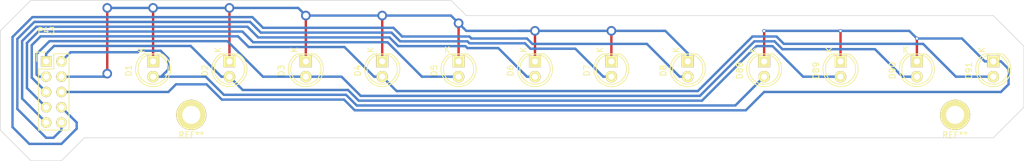
<source format=kicad_pcb>
(kicad_pcb (version 4) (host pcbnew 4.0.2-stable)

  (general
    (links 24)
    (no_connects 0)
    (area 38.049999 65.309999 208.330001 92.760001)
    (thickness 1.6)
    (drawings 14)
    (tracks 182)
    (zones 0)
    (modules 15)
    (nets 11)
  )

  (page A4)
  (layers
    (0 F.Cu signal)
    (31 B.Cu signal)
    (32 B.Adhes user)
    (33 F.Adhes user)
    (34 B.Paste user)
    (35 F.Paste user)
    (36 B.SilkS user)
    (37 F.SilkS user)
    (38 B.Mask user)
    (39 F.Mask user)
    (40 Dwgs.User user)
    (41 Cmts.User user)
    (42 Eco1.User user)
    (43 Eco2.User user)
    (44 Edge.Cuts user)
    (45 Margin user)
    (46 B.CrtYd user)
    (47 F.CrtYd user)
    (48 B.Fab user)
    (49 F.Fab user)
  )

  (setup
    (last_trace_width 0.4)
    (trace_clearance 0.4)
    (zone_clearance 0.508)
    (zone_45_only no)
    (trace_min 0.2)
    (segment_width 0.2)
    (edge_width 0.1)
    (via_size 1.6)
    (via_drill 1)
    (via_min_size 0.4)
    (via_min_drill 0.3)
    (uvia_size 0.3)
    (uvia_drill 0.1)
    (uvias_allowed no)
    (uvia_min_size 0.2)
    (uvia_min_drill 0.1)
    (pcb_text_width 0.3)
    (pcb_text_size 1.5 1.5)
    (mod_edge_width 0.15)
    (mod_text_size 1 1)
    (mod_text_width 0.15)
    (pad_size 1.5 1.5)
    (pad_drill 0.6)
    (pad_to_mask_clearance 0)
    (aux_axis_origin 0 0)
    (visible_elements FFFFFF7F)
    (pcbplotparams
      (layerselection 0x01000_80000001)
      (usegerberextensions false)
      (excludeedgelayer true)
      (linewidth 0.100000)
      (plotframeref false)
      (viasonmask false)
      (mode 1)
      (useauxorigin false)
      (hpglpennumber 1)
      (hpglpenspeed 20)
      (hpglpendiameter 15)
      (hpglpenoverlay 2)
      (psnegative false)
      (psa4output false)
      (plotreference true)
      (plotvalue true)
      (plotinvisibletext false)
      (padsonsilk false)
      (subtractmaskfromsilk false)
      (outputformat 1)
      (mirror false)
      (drillshape 0)
      (scaleselection 1)
      (outputdirectory ../plans/v1_board_assembly/))
  )

  (net 0 "")
  (net 1 /DIGITA)
  (net 2 /SEG0)
  (net 3 /SEG1)
  (net 4 /SEG2)
  (net 5 /SEG3)
  (net 6 /SEG4)
  (net 7 /SEG5)
  (net 8 /SEG6)
  (net 9 /SEG7)
  (net 10 /DIGITB)

  (net_class Default "This is the default net class."
    (clearance 0.4)
    (trace_width 0.4)
    (via_dia 1.6)
    (via_drill 1)
    (uvia_dia 0.3)
    (uvia_drill 0.1)
    (add_net /DIGITA)
    (add_net /DIGITB)
    (add_net /SEG0)
    (add_net /SEG1)
    (add_net /SEG2)
    (add_net /SEG3)
    (add_net /SEG4)
    (add_net /SEG5)
    (add_net /SEG6)
    (add_net /SEG7)
  )

  (module myparts:LED-5MM-custom (layer F.Cu) (tedit 57A70E27) (tstamp 57AC4F1A)
    (at 63.5 76.2 270)
    (descr "LED 5mm round vertical")
    (tags "LED 5mm round vertical")
    (path /57AC8CAC/57A35D23)
    (fp_text reference D1 (at 1.524 4.064 270) (layer F.SilkS)
      (effects (font (size 1 1) (thickness 0.15)))
    )
    (fp_text value LED (at 1.524 -3.937 270) (layer F.Fab)
      (effects (font (size 1 1) (thickness 0.15)))
    )
    (fp_circle (center 1.27 0) (end 3.77 0) (layer B.Fab) (width 0.15))
    (fp_line (start -1.5 -1.55) (end -1.5 1.55) (layer F.CrtYd) (width 0.05))
    (fp_arc (start 1.3 0) (end -1.5 1.55) (angle -302) (layer F.CrtYd) (width 0.05))
    (fp_arc (start 1.27 0) (end -1.23 -1.5) (angle 297.5) (layer F.SilkS) (width 0.15))
    (fp_line (start -1.23 1.5) (end -1.23 -1.5) (layer F.SilkS) (width 0.15))
    (fp_circle (center 1.27 0) (end 0.97 -2.5) (layer F.SilkS) (width 0.15))
    (fp_text user K (at -1.905 1.905 270) (layer F.SilkS)
      (effects (font (size 1 1) (thickness 0.15)))
    )
    (pad 1 thru_hole rect (at 0 0) (size 2 1.9) (drill 1.00076) (layers *.Cu *.Mask F.SilkS)
      (net 1 /DIGITA))
    (pad 2 thru_hole circle (at 2.54 0 270) (size 1.9 1.9) (drill 1.00076) (layers *.Cu *.Mask F.SilkS)
      (net 2 /SEG0))
    (model LEDs.3dshapes/LED-5MM.wrl
      (at (xyz 0.05 0 0))
      (scale (xyz 1 1 1))
      (rotate (xyz 0 0 90))
    )
  )

  (module myparts:LED-5MM-custom (layer F.Cu) (tedit 57A70E27) (tstamp 57AC4F27)
    (at 76.2 76.2 270)
    (descr "LED 5mm round vertical")
    (tags "LED 5mm round vertical")
    (path /57AC8CAC/57A35D1D)
    (fp_text reference D2 (at 1.524 4.064 270) (layer F.SilkS)
      (effects (font (size 1 1) (thickness 0.15)))
    )
    (fp_text value LED (at 1.524 -3.937 270) (layer F.Fab)
      (effects (font (size 1 1) (thickness 0.15)))
    )
    (fp_circle (center 1.27 0) (end 3.77 0) (layer B.Fab) (width 0.15))
    (fp_line (start -1.5 -1.55) (end -1.5 1.55) (layer F.CrtYd) (width 0.05))
    (fp_arc (start 1.3 0) (end -1.5 1.55) (angle -302) (layer F.CrtYd) (width 0.05))
    (fp_arc (start 1.27 0) (end -1.23 -1.5) (angle 297.5) (layer F.SilkS) (width 0.15))
    (fp_line (start -1.23 1.5) (end -1.23 -1.5) (layer F.SilkS) (width 0.15))
    (fp_circle (center 1.27 0) (end 0.97 -2.5) (layer F.SilkS) (width 0.15))
    (fp_text user K (at -1.905 1.905 270) (layer F.SilkS)
      (effects (font (size 1 1) (thickness 0.15)))
    )
    (pad 1 thru_hole rect (at 0 0) (size 2 1.9) (drill 1.00076) (layers *.Cu *.Mask F.SilkS)
      (net 1 /DIGITA))
    (pad 2 thru_hole circle (at 2.54 0 270) (size 1.9 1.9) (drill 1.00076) (layers *.Cu *.Mask F.SilkS)
      (net 3 /SEG1))
    (model LEDs.3dshapes/LED-5MM.wrl
      (at (xyz 0.05 0 0))
      (scale (xyz 1 1 1))
      (rotate (xyz 0 0 90))
    )
  )

  (module myparts:LED-5MM-custom (layer F.Cu) (tedit 57A70E27) (tstamp 57AC4F34)
    (at 88.9 76.2 270)
    (descr "LED 5mm round vertical")
    (tags "LED 5mm round vertical")
    (path /57AC8CAC/57A35D17)
    (fp_text reference D3 (at 1.524 4.064 270) (layer F.SilkS)
      (effects (font (size 1 1) (thickness 0.15)))
    )
    (fp_text value LED (at 1.524 -3.937 270) (layer F.Fab)
      (effects (font (size 1 1) (thickness 0.15)))
    )
    (fp_circle (center 1.27 0) (end 3.77 0) (layer B.Fab) (width 0.15))
    (fp_line (start -1.5 -1.55) (end -1.5 1.55) (layer F.CrtYd) (width 0.05))
    (fp_arc (start 1.3 0) (end -1.5 1.55) (angle -302) (layer F.CrtYd) (width 0.05))
    (fp_arc (start 1.27 0) (end -1.23 -1.5) (angle 297.5) (layer F.SilkS) (width 0.15))
    (fp_line (start -1.23 1.5) (end -1.23 -1.5) (layer F.SilkS) (width 0.15))
    (fp_circle (center 1.27 0) (end 0.97 -2.5) (layer F.SilkS) (width 0.15))
    (fp_text user K (at -1.905 1.905 270) (layer F.SilkS)
      (effects (font (size 1 1) (thickness 0.15)))
    )
    (pad 1 thru_hole rect (at 0 0) (size 2 1.9) (drill 1.00076) (layers *.Cu *.Mask F.SilkS)
      (net 1 /DIGITA))
    (pad 2 thru_hole circle (at 2.54 0 270) (size 1.9 1.9) (drill 1.00076) (layers *.Cu *.Mask F.SilkS)
      (net 4 /SEG2))
    (model LEDs.3dshapes/LED-5MM.wrl
      (at (xyz 0.05 0 0))
      (scale (xyz 1 1 1))
      (rotate (xyz 0 0 90))
    )
  )

  (module myparts:LED-5MM-custom (layer F.Cu) (tedit 57A70E27) (tstamp 57AC4F41)
    (at 101.6 76.2 270)
    (descr "LED 5mm round vertical")
    (tags "LED 5mm round vertical")
    (path /57AC8CAC/57A35D11)
    (fp_text reference D4 (at 1.524 4.064 270) (layer F.SilkS)
      (effects (font (size 1 1) (thickness 0.15)))
    )
    (fp_text value LED (at 1.524 -3.937 270) (layer F.Fab)
      (effects (font (size 1 1) (thickness 0.15)))
    )
    (fp_circle (center 1.27 0) (end 3.77 0) (layer B.Fab) (width 0.15))
    (fp_line (start -1.5 -1.55) (end -1.5 1.55) (layer F.CrtYd) (width 0.05))
    (fp_arc (start 1.3 0) (end -1.5 1.55) (angle -302) (layer F.CrtYd) (width 0.05))
    (fp_arc (start 1.27 0) (end -1.23 -1.5) (angle 297.5) (layer F.SilkS) (width 0.15))
    (fp_line (start -1.23 1.5) (end -1.23 -1.5) (layer F.SilkS) (width 0.15))
    (fp_circle (center 1.27 0) (end 0.97 -2.5) (layer F.SilkS) (width 0.15))
    (fp_text user K (at -1.905 1.905 270) (layer F.SilkS)
      (effects (font (size 1 1) (thickness 0.15)))
    )
    (pad 1 thru_hole rect (at 0 0) (size 2 1.9) (drill 1.00076) (layers *.Cu *.Mask F.SilkS)
      (net 1 /DIGITA))
    (pad 2 thru_hole circle (at 2.54 0 270) (size 1.9 1.9) (drill 1.00076) (layers *.Cu *.Mask F.SilkS)
      (net 5 /SEG3))
    (model LEDs.3dshapes/LED-5MM.wrl
      (at (xyz 0.05 0 0))
      (scale (xyz 1 1 1))
      (rotate (xyz 0 0 90))
    )
  )

  (module myparts:LED-5MM-custom (layer F.Cu) (tedit 57A70E27) (tstamp 57AC4F4E)
    (at 114.3 76.2 270)
    (descr "LED 5mm round vertical")
    (tags "LED 5mm round vertical")
    (path /57AC8CAC/57A35BD9)
    (fp_text reference D5 (at 1.524 4.064 270) (layer F.SilkS)
      (effects (font (size 1 1) (thickness 0.15)))
    )
    (fp_text value LED (at 1.524 -3.937 270) (layer F.Fab)
      (effects (font (size 1 1) (thickness 0.15)))
    )
    (fp_circle (center 1.27 0) (end 3.77 0) (layer B.Fab) (width 0.15))
    (fp_line (start -1.5 -1.55) (end -1.5 1.55) (layer F.CrtYd) (width 0.05))
    (fp_arc (start 1.3 0) (end -1.5 1.55) (angle -302) (layer F.CrtYd) (width 0.05))
    (fp_arc (start 1.27 0) (end -1.23 -1.5) (angle 297.5) (layer F.SilkS) (width 0.15))
    (fp_line (start -1.23 1.5) (end -1.23 -1.5) (layer F.SilkS) (width 0.15))
    (fp_circle (center 1.27 0) (end 0.97 -2.5) (layer F.SilkS) (width 0.15))
    (fp_text user K (at -1.905 1.905 360) (layer F.SilkS)
      (effects (font (size 1 1) (thickness 0.15)))
    )
    (pad 1 thru_hole rect (at 0 0) (size 2 1.9) (drill 1.00076) (layers *.Cu *.Mask F.SilkS)
      (net 1 /DIGITA))
    (pad 2 thru_hole circle (at 2.54 0 270) (size 1.9 1.9) (drill 1.00076) (layers *.Cu *.Mask F.SilkS)
      (net 6 /SEG4))
    (model LEDs.3dshapes/LED-5MM.wrl
      (at (xyz 0.05 0 0))
      (scale (xyz 1 1 1))
      (rotate (xyz 0 0 90))
    )
  )

  (module myparts:LED-5MM-custom (layer F.Cu) (tedit 57A70E27) (tstamp 57AC4F5B)
    (at 127 76.2 270)
    (descr "LED 5mm round vertical")
    (tags "LED 5mm round vertical")
    (path /57AC8CAC/57A35BB5)
    (fp_text reference D6 (at 1.524 4.064 270) (layer F.SilkS)
      (effects (font (size 1 1) (thickness 0.15)))
    )
    (fp_text value LED (at 1.524 -3.937 270) (layer F.Fab)
      (effects (font (size 1 1) (thickness 0.15)))
    )
    (fp_circle (center 1.27 0) (end 3.77 0) (layer B.Fab) (width 0.15))
    (fp_line (start -1.5 -1.55) (end -1.5 1.55) (layer F.CrtYd) (width 0.05))
    (fp_arc (start 1.3 0) (end -1.5 1.55) (angle -302) (layer F.CrtYd) (width 0.05))
    (fp_arc (start 1.27 0) (end -1.23 -1.5) (angle 297.5) (layer F.SilkS) (width 0.15))
    (fp_line (start -1.23 1.5) (end -1.23 -1.5) (layer F.SilkS) (width 0.15))
    (fp_circle (center 1.27 0) (end 0.97 -2.5) (layer F.SilkS) (width 0.15))
    (fp_text user K (at -1.905 1.905 270) (layer F.SilkS)
      (effects (font (size 1 1) (thickness 0.15)))
    )
    (pad 1 thru_hole rect (at 0 0) (size 2 1.9) (drill 1.00076) (layers *.Cu *.Mask F.SilkS)
      (net 1 /DIGITA))
    (pad 2 thru_hole circle (at 2.54 0 270) (size 1.9 1.9) (drill 1.00076) (layers *.Cu *.Mask F.SilkS)
      (net 7 /SEG5))
    (model LEDs.3dshapes/LED-5MM.wrl
      (at (xyz 0.05 0 0))
      (scale (xyz 1 1 1))
      (rotate (xyz 0 0 90))
    )
  )

  (module myparts:LED-5MM-custom (layer F.Cu) (tedit 57A70E27) (tstamp 57AC4F68)
    (at 139.7 76.2 270)
    (descr "LED 5mm round vertical")
    (tags "LED 5mm round vertical")
    (path /57AC8CAC/57A35B88)
    (fp_text reference D7 (at 1.524 4.064 270) (layer F.SilkS)
      (effects (font (size 1 1) (thickness 0.15)))
    )
    (fp_text value LED (at 1.524 -3.937 270) (layer F.Fab)
      (effects (font (size 1 1) (thickness 0.15)))
    )
    (fp_circle (center 1.27 0) (end 3.77 0) (layer B.Fab) (width 0.15))
    (fp_line (start -1.5 -1.55) (end -1.5 1.55) (layer F.CrtYd) (width 0.05))
    (fp_arc (start 1.3 0) (end -1.5 1.55) (angle -302) (layer F.CrtYd) (width 0.05))
    (fp_arc (start 1.27 0) (end -1.23 -1.5) (angle 297.5) (layer F.SilkS) (width 0.15))
    (fp_line (start -1.23 1.5) (end -1.23 -1.5) (layer F.SilkS) (width 0.15))
    (fp_circle (center 1.27 0) (end 0.97 -2.5) (layer F.SilkS) (width 0.15))
    (fp_text user K (at -1.905 1.905 270) (layer F.SilkS)
      (effects (font (size 1 1) (thickness 0.15)))
    )
    (pad 1 thru_hole rect (at 0 0) (size 2 1.9) (drill 1.00076) (layers *.Cu *.Mask F.SilkS)
      (net 1 /DIGITA))
    (pad 2 thru_hole circle (at 2.54 0 270) (size 1.9 1.9) (drill 1.00076) (layers *.Cu *.Mask F.SilkS)
      (net 8 /SEG6))
    (model LEDs.3dshapes/LED-5MM.wrl
      (at (xyz 0.05 0 0))
      (scale (xyz 1 1 1))
      (rotate (xyz 0 0 90))
    )
  )

  (module myparts:LED-5MM-custom (layer F.Cu) (tedit 57A70E27) (tstamp 57AC4F75)
    (at 152.4 76.2 270)
    (descr "LED 5mm round vertical")
    (tags "LED 5mm round vertical")
    (path /57AC8CAC/57A35AD5)
    (fp_text reference D8 (at 1.524 4.064 270) (layer F.SilkS)
      (effects (font (size 1 1) (thickness 0.15)))
    )
    (fp_text value LED (at 1.524 -3.937 270) (layer F.Fab)
      (effects (font (size 1 1) (thickness 0.15)))
    )
    (fp_circle (center 1.27 0) (end 3.77 0) (layer B.Fab) (width 0.15))
    (fp_line (start -1.5 -1.55) (end -1.5 1.55) (layer F.CrtYd) (width 0.05))
    (fp_arc (start 1.3 0) (end -1.5 1.55) (angle -302) (layer F.CrtYd) (width 0.05))
    (fp_arc (start 1.27 0) (end -1.23 -1.5) (angle 297.5) (layer F.SilkS) (width 0.15))
    (fp_line (start -1.23 1.5) (end -1.23 -1.5) (layer F.SilkS) (width 0.15))
    (fp_circle (center 1.27 0) (end 0.97 -2.5) (layer F.SilkS) (width 0.15))
    (fp_text user K (at -1.905 1.905 270) (layer F.SilkS)
      (effects (font (size 1 1) (thickness 0.15)))
    )
    (pad 1 thru_hole rect (at 0 0) (size 2 1.9) (drill 1.00076) (layers *.Cu *.Mask F.SilkS)
      (net 1 /DIGITA))
    (pad 2 thru_hole circle (at 2.54 0 270) (size 1.9 1.9) (drill 1.00076) (layers *.Cu *.Mask F.SilkS)
      (net 9 /SEG7))
    (model LEDs.3dshapes/LED-5MM.wrl
      (at (xyz 0.05 0 0))
      (scale (xyz 1 1 1))
      (rotate (xyz 0 0 90))
    )
  )

  (module myparts:LED-5MM-custom (layer F.Cu) (tedit 57A70E27) (tstamp 57AC4F82)
    (at 165.1 76.2 270)
    (descr "LED 5mm round vertical")
    (tags "LED 5mm round vertical")
    (path /57AC9535)
    (fp_text reference D88 (at 1.524 4.064 270) (layer F.SilkS)
      (effects (font (size 1 1) (thickness 0.15)))
    )
    (fp_text value LED (at 1.524 -3.937 270) (layer F.Fab)
      (effects (font (size 1 1) (thickness 0.15)))
    )
    (fp_circle (center 1.27 0) (end 3.77 0) (layer B.Fab) (width 0.15))
    (fp_line (start -1.5 -1.55) (end -1.5 1.55) (layer F.CrtYd) (width 0.05))
    (fp_arc (start 1.3 0) (end -1.5 1.55) (angle -302) (layer F.CrtYd) (width 0.05))
    (fp_arc (start 1.27 0) (end -1.23 -1.5) (angle 297.5) (layer F.SilkS) (width 0.15))
    (fp_line (start -1.23 1.5) (end -1.23 -1.5) (layer F.SilkS) (width 0.15))
    (fp_circle (center 1.27 0) (end 0.97 -2.5) (layer F.SilkS) (width 0.15))
    (fp_text user K (at -1.905 1.905 270) (layer F.SilkS)
      (effects (font (size 1 1) (thickness 0.15)))
    )
    (pad 1 thru_hole rect (at 0 0) (size 2 1.9) (drill 1.00076) (layers *.Cu *.Mask F.SilkS)
      (net 10 /DIGITB))
    (pad 2 thru_hole circle (at 2.54 0 270) (size 1.9 1.9) (drill 1.00076) (layers *.Cu *.Mask F.SilkS)
      (net 2 /SEG0))
    (model LEDs.3dshapes/LED-5MM.wrl
      (at (xyz 0.05 0 0))
      (scale (xyz 1 1 1))
      (rotate (xyz 0 0 90))
    )
  )

  (module myparts:LED-5MM-custom (layer F.Cu) (tedit 57A70E27) (tstamp 57AC4F8F)
    (at 177.8 76.2 270)
    (descr "LED 5mm round vertical")
    (tags "LED 5mm round vertical")
    (path /57AC952E)
    (fp_text reference D89 (at 1.524 4.064 270) (layer F.SilkS)
      (effects (font (size 1 1) (thickness 0.15)))
    )
    (fp_text value LED (at 1.524 -3.937 270) (layer F.Fab)
      (effects (font (size 1 1) (thickness 0.15)))
    )
    (fp_circle (center 1.27 0) (end 3.77 0) (layer B.Fab) (width 0.15))
    (fp_line (start -1.5 -1.55) (end -1.5 1.55) (layer F.CrtYd) (width 0.05))
    (fp_arc (start 1.3 0) (end -1.5 1.55) (angle -302) (layer F.CrtYd) (width 0.05))
    (fp_arc (start 1.27 0) (end -1.23 -1.5) (angle 297.5) (layer F.SilkS) (width 0.15))
    (fp_line (start -1.23 1.5) (end -1.23 -1.5) (layer F.SilkS) (width 0.15))
    (fp_circle (center 1.27 0) (end 0.97 -2.5) (layer F.SilkS) (width 0.15))
    (fp_text user K (at -1.905 1.905 270) (layer F.SilkS)
      (effects (font (size 1 1) (thickness 0.15)))
    )
    (pad 1 thru_hole rect (at 0 0) (size 2 1.9) (drill 1.00076) (layers *.Cu *.Mask F.SilkS)
      (net 10 /DIGITB))
    (pad 2 thru_hole circle (at 2.54 0 270) (size 1.9 1.9) (drill 1.00076) (layers *.Cu *.Mask F.SilkS)
      (net 3 /SEG1))
    (model LEDs.3dshapes/LED-5MM.wrl
      (at (xyz 0.05 0 0))
      (scale (xyz 1 1 1))
      (rotate (xyz 0 0 90))
    )
  )

  (module myparts:LED-5MM-custom (layer F.Cu) (tedit 57A70E27) (tstamp 57AC4F9C)
    (at 190.5 76.2 270)
    (descr "LED 5mm round vertical")
    (tags "LED 5mm round vertical")
    (path /57AC9527)
    (fp_text reference D90 (at 1.524 4.064 270) (layer F.SilkS)
      (effects (font (size 1 1) (thickness 0.15)))
    )
    (fp_text value LED (at 1.524 -3.937 270) (layer F.Fab)
      (effects (font (size 1 1) (thickness 0.15)))
    )
    (fp_circle (center 1.27 0) (end 3.77 0) (layer B.Fab) (width 0.15))
    (fp_line (start -1.5 -1.55) (end -1.5 1.55) (layer F.CrtYd) (width 0.05))
    (fp_arc (start 1.3 0) (end -1.5 1.55) (angle -302) (layer F.CrtYd) (width 0.05))
    (fp_arc (start 1.27 0) (end -1.23 -1.5) (angle 297.5) (layer F.SilkS) (width 0.15))
    (fp_line (start -1.23 1.5) (end -1.23 -1.5) (layer F.SilkS) (width 0.15))
    (fp_circle (center 1.27 0) (end 0.97 -2.5) (layer F.SilkS) (width 0.15))
    (fp_text user K (at -1.905 1.905 360) (layer F.SilkS)
      (effects (font (size 1 1) (thickness 0.15)))
    )
    (pad 1 thru_hole rect (at 0 0) (size 2 1.9) (drill 1.00076) (layers *.Cu *.Mask F.SilkS)
      (net 10 /DIGITB))
    (pad 2 thru_hole circle (at 2.54 0 270) (size 1.9 1.9) (drill 1.00076) (layers *.Cu *.Mask F.SilkS)
      (net 4 /SEG2))
    (model LEDs.3dshapes/LED-5MM.wrl
      (at (xyz 0.05 0 0))
      (scale (xyz 1 1 1))
      (rotate (xyz 0 0 90))
    )
  )

  (module myparts:LED-5MM-custom (layer F.Cu) (tedit 57A70E27) (tstamp 57AC4FA9)
    (at 203.2 76.2 270)
    (descr "LED 5mm round vertical")
    (tags "LED 5mm round vertical")
    (path /57AC9520)
    (fp_text reference D91 (at 1.524 4.064 270) (layer F.SilkS)
      (effects (font (size 1 1) (thickness 0.15)))
    )
    (fp_text value LED (at 1.524 -3.937 270) (layer F.Fab)
      (effects (font (size 1 1) (thickness 0.15)))
    )
    (fp_circle (center 1.27 0) (end 3.77 0) (layer B.Fab) (width 0.15))
    (fp_line (start -1.5 -1.55) (end -1.5 1.55) (layer F.CrtYd) (width 0.05))
    (fp_arc (start 1.3 0) (end -1.5 1.55) (angle -302) (layer F.CrtYd) (width 0.05))
    (fp_arc (start 1.27 0) (end -1.23 -1.5) (angle 297.5) (layer F.SilkS) (width 0.15))
    (fp_line (start -1.23 1.5) (end -1.23 -1.5) (layer F.SilkS) (width 0.15))
    (fp_circle (center 1.27 0) (end 0.97 -2.5) (layer F.SilkS) (width 0.15))
    (fp_text user K (at -1.905 1.905 270) (layer F.SilkS)
      (effects (font (size 1 1) (thickness 0.15)))
    )
    (pad 1 thru_hole rect (at 0 0) (size 2 1.9) (drill 1.00076) (layers *.Cu *.Mask F.SilkS)
      (net 10 /DIGITB))
    (pad 2 thru_hole circle (at 2.54 0 270) (size 1.9 1.9) (drill 1.00076) (layers *.Cu *.Mask F.SilkS)
      (net 5 /SEG3))
    (model LEDs.3dshapes/LED-5MM.wrl
      (at (xyz 0.05 0 0))
      (scale (xyz 1 1 1))
      (rotate (xyz 0 0 90))
    )
  )

  (module Pin_Headers:Pin_Header_Straight_2x05 (layer F.Cu) (tedit 0) (tstamp 57AC4FC3)
    (at 45.72 76.2)
    (descr "Through hole pin header")
    (tags "pin header")
    (path /57AC8CF3)
    (fp_text reference P43 (at 0 -5.1) (layer F.SilkS)
      (effects (font (size 1 1) (thickness 0.15)))
    )
    (fp_text value CONN_02X05 (at 0 -3.1) (layer F.Fab)
      (effects (font (size 1 1) (thickness 0.15)))
    )
    (fp_line (start -1.75 -1.75) (end -1.75 11.95) (layer F.CrtYd) (width 0.05))
    (fp_line (start 4.3 -1.75) (end 4.3 11.95) (layer F.CrtYd) (width 0.05))
    (fp_line (start -1.75 -1.75) (end 4.3 -1.75) (layer F.CrtYd) (width 0.05))
    (fp_line (start -1.75 11.95) (end 4.3 11.95) (layer F.CrtYd) (width 0.05))
    (fp_line (start 3.81 -1.27) (end 3.81 11.43) (layer F.SilkS) (width 0.15))
    (fp_line (start 3.81 11.43) (end -1.27 11.43) (layer F.SilkS) (width 0.15))
    (fp_line (start -1.27 11.43) (end -1.27 1.27) (layer F.SilkS) (width 0.15))
    (fp_line (start 3.81 -1.27) (end 1.27 -1.27) (layer F.SilkS) (width 0.15))
    (fp_line (start 0 -1.55) (end -1.55 -1.55) (layer F.SilkS) (width 0.15))
    (fp_line (start 1.27 -1.27) (end 1.27 1.27) (layer F.SilkS) (width 0.15))
    (fp_line (start 1.27 1.27) (end -1.27 1.27) (layer F.SilkS) (width 0.15))
    (fp_line (start -1.55 -1.55) (end -1.55 0) (layer F.SilkS) (width 0.15))
    (pad 1 thru_hole rect (at 0 0) (size 1.7272 1.7272) (drill 1.016) (layers *.Cu *.Mask F.SilkS)
      (net 3 /SEG1))
    (pad 2 thru_hole oval (at 2.54 0) (size 1.7272 1.7272) (drill 1.016) (layers *.Cu *.Mask F.SilkS)
      (net 2 /SEG0))
    (pad 3 thru_hole oval (at 0 2.54) (size 1.7272 1.7272) (drill 1.016) (layers *.Cu *.Mask F.SilkS)
      (net 4 /SEG2))
    (pad 4 thru_hole oval (at 2.54 2.54) (size 1.7272 1.7272) (drill 1.016) (layers *.Cu *.Mask F.SilkS)
      (net 1 /DIGITA))
    (pad 5 thru_hole oval (at 0 5.08) (size 1.7272 1.7272) (drill 1.016) (layers *.Cu *.Mask F.SilkS)
      (net 5 /SEG3))
    (pad 6 thru_hole oval (at 2.54 5.08) (size 1.7272 1.7272) (drill 1.016) (layers *.Cu *.Mask F.SilkS)
      (net 10 /DIGITB))
    (pad 7 thru_hole oval (at 0 7.62) (size 1.7272 1.7272) (drill 1.016) (layers *.Cu *.Mask F.SilkS)
      (net 6 /SEG4))
    (pad 8 thru_hole oval (at 2.54 7.62) (size 1.7272 1.7272) (drill 1.016) (layers *.Cu *.Mask F.SilkS)
      (net 9 /SEG7))
    (pad 9 thru_hole oval (at 0 10.16) (size 1.7272 1.7272) (drill 1.016) (layers *.Cu *.Mask F.SilkS)
      (net 7 /SEG5))
    (pad 10 thru_hole oval (at 2.54 10.16) (size 1.7272 1.7272) (drill 1.016) (layers *.Cu *.Mask F.SilkS)
      (net 8 /SEG6))
    (model Pin_Headers.3dshapes/Pin_Header_Straight_2x05.wrl
      (at (xyz 0.05 -0.2 0))
      (scale (xyz 1 1 1))
      (rotate (xyz 0 0 90))
    )
  )

  (module myparts:HOLE_M3 (layer F.Cu) (tedit 57A712CF) (tstamp 57AC52B0)
    (at 69.85 85.09)
    (fp_text reference REF** (at 0 3.35) (layer F.SilkS)
      (effects (font (size 1 1) (thickness 0.15)))
    )
    (fp_text value M3 (at 0 -3.5) (layer F.Fab)
      (effects (font (size 1 1) (thickness 0.15)))
    )
    (fp_circle (center 0 0) (end 1.5 0) (layer B.Fab) (width 0.15))
    (pad 1 thru_hole circle (at 0 0) (size 5 5) (drill 3) (layers *.Cu *.Mask F.SilkS))
  )

  (module myparts:HOLE_M3 (layer F.Cu) (tedit 57A712CF) (tstamp 57AC52B6)
    (at 196.85 85.09)
    (fp_text reference REF** (at 0 3.35) (layer F.SilkS)
      (effects (font (size 1 1) (thickness 0.15)))
    )
    (fp_text value M3 (at 0 -3.5) (layer F.Fab)
      (effects (font (size 1 1) (thickness 0.15)))
    )
    (fp_circle (center 0 0) (end 1.5 0) (layer B.Fab) (width 0.15))
    (pad 1 thru_hole circle (at 0 0) (size 5 5) (drill 3) (layers *.Cu *.Mask F.SilkS))
  )

  (gr_line (start 113.03 66.04) (end 63.5 66.04) (layer Edge.Cuts) (width 0.1))
  (gr_line (start 115.57 68.58) (end 113.03 66.04) (layer Edge.Cuts) (width 0.1))
  (gr_line (start 203.2 68.58) (end 115.57 68.58) (layer Edge.Cuts) (width 0.1))
  (gr_line (start 208.28 73.66) (end 203.2 68.58) (layer Edge.Cuts) (width 0.1))
  (gr_line (start 208.28 83.82) (end 208.28 73.66) (layer Edge.Cuts) (width 0.1))
  (gr_line (start 203.2 88.9) (end 208.28 83.82) (layer Edge.Cuts) (width 0.1))
  (gr_line (start 104.14 88.9) (end 203.2 88.9) (layer Edge.Cuts) (width 0.1))
  (gr_line (start 52.07 88.9) (end 104.14 88.9) (layer Edge.Cuts) (width 0.1))
  (gr_line (start 48.26 92.71) (end 52.07 88.9) (layer Edge.Cuts) (width 0.1))
  (gr_line (start 43.18 92.71) (end 48.26 92.71) (layer Edge.Cuts) (width 0.1))
  (gr_line (start 38.1 87.63) (end 43.18 92.71) (layer Edge.Cuts) (width 0.1))
  (gr_line (start 38.1 71.12) (end 38.1 87.63) (layer Edge.Cuts) (width 0.1))
  (gr_line (start 43.18 66.04) (end 38.1 71.12) (layer Edge.Cuts) (width 0.1))
  (gr_line (start 63.5 66.04) (end 43.18 66.04) (layer Edge.Cuts) (width 0.1))

  (segment (start 138.176 71.12) (end 127 71.12) (width 0.4) (layer B.Cu) (net 1))
  (segment (start 127 71.12) (end 124.46 71.12) (width 0.4) (layer B.Cu) (net 1))
  (segment (start 127 76.2) (end 127 71.12) (width 0.4) (layer F.Cu) (net 1))
  (via (at 127 71.12) (size 1.6) (drill 1) (layers F.Cu B.Cu) (net 1))
  (segment (start 148.336 71.12) (end 148.67 71.12) (width 0.4) (layer B.Cu) (net 1))
  (segment (start 148.336 71.12) (end 139.7 71.12) (width 0.4) (layer B.Cu) (net 1))
  (segment (start 138.176 71.12) (end 139.7 71.12) (width 0.4) (layer B.Cu) (net 1))
  (segment (start 139.7 76.2) (end 139.7 71.12) (width 0.4) (layer F.Cu) (net 1))
  (segment (start 113.03 68.58) (end 102.73137 68.58) (width 0.4) (layer B.Cu) (net 1))
  (segment (start 114.3 69.85) (end 113.03 68.58) (width 0.4) (layer B.Cu) (net 1))
  (segment (start 102.73137 68.58) (end 101.6 68.58) (width 0.4) (layer B.Cu) (net 1))
  (segment (start 88.100001 67.780001) (end 88.9 68.58) (width 0.4) (layer B.Cu) (net 1))
  (via (at 88.9 68.58) (size 1.6) (drill 1) (layers F.Cu B.Cu) (net 1))
  (segment (start 76.2 67.31) (end 87.63 67.31) (width 0.4) (layer B.Cu) (net 1))
  (segment (start 87.63 67.31) (end 88.100001 67.780001) (width 0.4) (layer B.Cu) (net 1))
  (segment (start 88.9 76.2) (end 88.9 68.58) (width 0.4) (layer F.Cu) (net 1))
  (segment (start 101.6 68.58) (end 88.9 68.58) (width 0.4) (layer B.Cu) (net 1))
  (via (at 101.6 68.58) (size 1.6) (drill 1) (layers F.Cu B.Cu) (net 1))
  (segment (start 101.6 76.2) (end 101.6 68.58) (width 0.4) (layer F.Cu) (net 1))
  (segment (start 115.099999 70.649999) (end 114.3 69.85) (width 0.4) (layer B.Cu) (net 1))
  (segment (start 124.46 71.12) (end 115.57 71.12) (width 0.4) (layer B.Cu) (net 1))
  (segment (start 114.3 76.2) (end 114.3 69.85) (width 0.4) (layer F.Cu) (net 1))
  (segment (start 115.57 71.12) (end 115.099999 70.649999) (width 0.4) (layer B.Cu) (net 1))
  (via (at 114.3 69.85) (size 1.6) (drill 1) (layers F.Cu B.Cu) (net 1))
  (segment (start 124.46 71.12) (end 125.73 71.12) (width 0.4) (layer B.Cu) (net 1))
  (segment (start 148.67 71.12) (end 152.4 74.85) (width 0.4) (layer B.Cu) (net 1))
  (segment (start 152.4 74.85) (end 152.4 76.2) (width 0.4) (layer B.Cu) (net 1))
  (segment (start 55.88 78.232) (end 55.88 67.31) (width 0.4) (layer F.Cu) (net 1))
  (segment (start 63.5 67.31) (end 55.88 67.31) (width 0.4) (layer B.Cu) (net 1))
  (via (at 55.88 67.31) (size 1.6) (drill 1) (layers F.Cu B.Cu) (net 1))
  (segment (start 55.372 78.74) (end 55.88 78.232) (width 0.4) (layer B.Cu) (net 1))
  (segment (start 48.26 78.74) (end 55.372 78.74) (width 0.4) (layer B.Cu) (net 1) (status 10))
  (via (at 55.88 78.232) (size 1.6) (drill 1) (layers F.Cu B.Cu) (net 1))
  (via (at 139.7 71.12) (size 1.6) (drill 1) (layers F.Cu B.Cu) (net 1))
  (segment (start 76.2 67.31) (end 76.2 76.2) (width 0.4) (layer F.Cu) (net 1) (status 20))
  (segment (start 63.5 67.31) (end 76.2 67.31) (width 0.4) (layer B.Cu) (net 1))
  (via (at 76.2 67.31) (size 1.6) (drill 1) (layers F.Cu B.Cu) (net 1))
  (segment (start 63.5 76.2) (end 63.5 67.31) (width 0.4) (layer F.Cu) (net 1) (status 10))
  (via (at 63.5 67.31) (size 1.6) (drill 1) (layers F.Cu B.Cu) (net 1))
  (segment (start 63.45 76.2) (end 63.5 76.2) (width 0.4) (layer B.Cu) (net 1) (status 30))
  (segment (start 75.261375 81.749989) (end 72.251386 78.74) (width 0.4) (layer B.Cu) (net 2))
  (segment (start 97.359375 83.527989) (end 95.581375 81.749989) (width 0.4) (layer B.Cu) (net 2))
  (segment (start 72.251386 78.74) (end 64.843502 78.74) (width 0.4) (layer B.Cu) (net 2))
  (segment (start 160.312011 83.527989) (end 97.359375 83.527989) (width 0.4) (layer B.Cu) (net 2))
  (segment (start 95.581375 81.749989) (end 75.261375 81.749989) (width 0.4) (layer B.Cu) (net 2))
  (segment (start 165.1 78.74) (end 160.312011 83.527989) (width 0.4) (layer B.Cu) (net 2) (status 10))
  (segment (start 64.843502 78.74) (end 63.5 78.74) (width 0.4) (layer B.Cu) (net 2) (status 20))
  (segment (start 48.26 76.2) (end 49.784 74.676) (width 0.4) (layer B.Cu) (net 2) (status 10))
  (segment (start 49.784 74.676) (end 60.96 74.676) (width 0.4) (layer B.Cu) (net 2))
  (segment (start 60.96 74.676) (end 61.201923 74.434077) (width 0.4) (layer B.Cu) (net 2))
  (segment (start 64.764079 74.434077) (end 66.04 75.709998) (width 0.4) (layer B.Cu) (net 2))
  (segment (start 66.04 75.709998) (end 66.04 77.543502) (width 0.4) (layer B.Cu) (net 2))
  (segment (start 61.201923 74.434077) (end 64.764079 74.434077) (width 0.4) (layer B.Cu) (net 2))
  (segment (start 66.04 77.543502) (end 64.843502 78.74) (width 0.4) (layer B.Cu) (net 2))
  (segment (start 45.72 74.9364) (end 45.72 76.2) (width 0.4) (layer B.Cu) (net 3) (status 20))
  (segment (start 47.022334 73.634066) (end 45.72 74.9364) (width 0.4) (layer B.Cu) (net 3))
  (segment (start 69.750564 73.634066) (end 47.022334 73.634066) (width 0.4) (layer B.Cu) (net 3))
  (segment (start 74.856498 78.74) (end 69.750564 73.634066) (width 0.4) (layer B.Cu) (net 3))
  (segment (start 76.2 78.74) (end 74.856498 78.74) (width 0.4) (layer B.Cu) (net 3) (status 10))
  (segment (start 78.409978 80.949978) (end 76.2 78.74) (width 0.4) (layer B.Cu) (net 3) (status 20))
  (segment (start 163.83 73.66) (end 154.762022 82.727978) (width 0.4) (layer B.Cu) (net 3))
  (segment (start 154.762022 82.727978) (end 97.69075 82.727978) (width 0.4) (layer B.Cu) (net 3))
  (segment (start 166.497 73.66) (end 163.83 73.66) (width 0.4) (layer B.Cu) (net 3))
  (segment (start 97.69075 82.727978) (end 95.91275 80.949978) (width 0.4) (layer B.Cu) (net 3))
  (segment (start 177.8 78.74) (end 171.577 78.74) (width 0.4) (layer B.Cu) (net 3) (status 10))
  (segment (start 95.91275 80.949978) (end 78.409978 80.949978) (width 0.4) (layer B.Cu) (net 3))
  (segment (start 171.577 78.74) (end 166.497 73.66) (width 0.4) (layer B.Cu) (net 3))
  (segment (start 44.498686 78.74) (end 44.132055 78.373369) (width 0.4) (layer B.Cu) (net 4))
  (segment (start 44.132055 74.980743) (end 46.278743 72.834055) (width 0.4) (layer B.Cu) (net 4))
  (segment (start 81.770002 78.74) (end 88.9 78.74) (width 0.4) (layer B.Cu) (net 4) (status 20))
  (segment (start 75.864057 72.834055) (end 81.770002 78.74) (width 0.4) (layer B.Cu) (net 4))
  (segment (start 45.72 78.74) (end 44.498686 78.74) (width 0.4) (layer B.Cu) (net 4) (status 10))
  (segment (start 44.132055 78.373369) (end 44.132055 74.980743) (width 0.4) (layer B.Cu) (net 4))
  (segment (start 46.278743 72.834055) (end 75.864057 72.834055) (width 0.4) (layer B.Cu) (net 4))
  (segment (start 154.419033 81.927967) (end 163.487011 72.859989) (width 0.4) (layer B.Cu) (net 4))
  (segment (start 163.487011 72.859989) (end 166.828375 72.859989) (width 0.4) (layer B.Cu) (net 4))
  (segment (start 188.098614 78.74) (end 190.5 78.74) (width 0.4) (layer B.Cu) (net 4) (status 20))
  (segment (start 183.526614 74.168) (end 188.098614 78.74) (width 0.4) (layer B.Cu) (net 4))
  (segment (start 98.022125 81.927967) (end 154.419033 81.927967) (width 0.4) (layer B.Cu) (net 4))
  (segment (start 94.834158 78.74) (end 98.022125 81.927967) (width 0.4) (layer B.Cu) (net 4))
  (segment (start 88.9 78.74) (end 94.834158 78.74) (width 0.4) (layer B.Cu) (net 4) (status 10))
  (segment (start 168.136386 74.168) (end 183.526614 74.168) (width 0.4) (layer B.Cu) (net 4))
  (segment (start 166.828375 72.859989) (end 168.136386 74.168) (width 0.4) (layer B.Cu) (net 4))
  (segment (start 100.256498 78.74) (end 101.6 78.74) (width 0.4) (layer B.Cu) (net 5))
  (segment (start 79.400044 73.812044) (end 95.328542 73.812044) (width 0.4) (layer B.Cu) (net 5))
  (segment (start 43.332044 73.507956) (end 44.805956 72.034044) (width 0.4) (layer B.Cu) (net 5))
  (segment (start 43.332044 78.892044) (end 43.332044 73.507956) (width 0.4) (layer B.Cu) (net 5))
  (segment (start 45.72 81.28) (end 43.332044 78.892044) (width 0.4) (layer B.Cu) (net 5))
  (segment (start 77.622044 72.034044) (end 79.400044 73.812044) (width 0.4) (layer B.Cu) (net 5))
  (segment (start 44.805956 72.034044) (end 77.622044 72.034044) (width 0.4) (layer B.Cu) (net 5))
  (segment (start 95.328542 73.812044) (end 100.256498 78.74) (width 0.4) (layer B.Cu) (net 5))
  (segment (start 103.987956 81.127956) (end 101.6 78.74) (width 0.4) (layer B.Cu) (net 5) (status 20))
  (segment (start 154.087658 81.127956) (end 103.987956 81.127956) (width 0.4) (layer B.Cu) (net 5))
  (segment (start 168.378772 73.279) (end 167.15975 72.059978) (width 0.4) (layer B.Cu) (net 5))
  (segment (start 190.056996 73.279) (end 168.378772 73.279) (width 0.4) (layer B.Cu) (net 5))
  (segment (start 190.067998 73.290002) (end 190.056996 73.279) (width 0.4) (layer B.Cu) (net 5))
  (segment (start 191.527002 73.290002) (end 190.067998 73.290002) (width 0.4) (layer B.Cu) (net 5))
  (segment (start 203.2 78.74) (end 196.977 78.74) (width 0.4) (layer B.Cu) (net 5) (status 10))
  (segment (start 163.155636 72.059978) (end 154.087658 81.127956) (width 0.4) (layer B.Cu) (net 5))
  (segment (start 196.977 78.74) (end 191.527002 73.290002) (width 0.4) (layer B.Cu) (net 5))
  (segment (start 167.15975 72.059978) (end 163.155636 72.059978) (width 0.4) (layer B.Cu) (net 5))
  (segment (start 108.204 78.74) (end 112.956498 78.74) (width 0.4) (layer B.Cu) (net 6))
  (segment (start 44.428125 71.234033) (end 78.359 71.234033) (width 0.4) (layer B.Cu) (net 6))
  (segment (start 78.359 71.234033) (end 80.137 73.012033) (width 0.4) (layer B.Cu) (net 6))
  (segment (start 42.532033 73.130125) (end 44.428125 71.234033) (width 0.4) (layer B.Cu) (net 6))
  (segment (start 112.956498 78.74) (end 114.3 78.74) (width 0.4) (layer B.Cu) (net 6))
  (segment (start 102.476033 73.012033) (end 108.204 78.74) (width 0.4) (layer B.Cu) (net 6))
  (segment (start 80.137 73.012033) (end 102.476033 73.012033) (width 0.4) (layer B.Cu) (net 6))
  (segment (start 45.72 83.82) (end 42.532033 80.632033) (width 0.4) (layer B.Cu) (net 6))
  (segment (start 42.532033 80.632033) (end 42.532033 73.130125) (width 0.4) (layer B.Cu) (net 6))
  (segment (start 115.764752 73.990022) (end 120.90652 73.990022) (width 0.4) (layer B.Cu) (net 7))
  (segment (start 115.43473 73.66) (end 115.764752 73.990022) (width 0.4) (layer B.Cu) (net 7))
  (segment (start 44.09675 70.434022) (end 79.197022 70.434022) (width 0.4) (layer B.Cu) (net 7))
  (segment (start 45.72 86.36) (end 41.732022 82.372022) (width 0.4) (layer B.Cu) (net 7))
  (segment (start 41.732023 72.798749) (end 44.09675 70.434022) (width 0.4) (layer B.Cu) (net 7))
  (segment (start 102.807406 72.212022) (end 104.255384 73.66) (width 0.4) (layer B.Cu) (net 7))
  (segment (start 41.732022 82.372022) (end 41.732023 72.798749) (width 0.4) (layer B.Cu) (net 7))
  (segment (start 79.197022 70.434022) (end 80.975022 72.212022) (width 0.4) (layer B.Cu) (net 7))
  (segment (start 80.975022 72.212022) (end 102.807406 72.212022) (width 0.4) (layer B.Cu) (net 7))
  (segment (start 104.255384 73.66) (end 115.43473 73.66) (width 0.4) (layer B.Cu) (net 7))
  (segment (start 120.90652 73.990022) (end 125.656498 78.74) (width 0.4) (layer B.Cu) (net 7))
  (segment (start 125.656498 78.74) (end 127 78.74) (width 0.4) (layer B.Cu) (net 7))
  (segment (start 43.765375 69.634011) (end 40.932011 72.467375) (width 0.4) (layer B.Cu) (net 8))
  (segment (start 139.7 78.74) (end 138.356498 78.74) (width 0.4) (layer B.Cu) (net 8))
  (segment (start 115.766105 72.859989) (end 104.586759 72.859989) (width 0.4) (layer B.Cu) (net 8))
  (segment (start 48.26 87.581314) (end 48.26 86.36) (width 0.4) (layer B.Cu) (net 8))
  (segment (start 79.629 69.634011) (end 43.765375 69.634011) (width 0.4) (layer B.Cu) (net 8))
  (segment (start 46.941314 88.9) (end 48.26 87.581314) (width 0.4) (layer B.Cu) (net 8))
  (segment (start 40.932011 84.112011) (end 45.72 88.9) (width 0.4) (layer B.Cu) (net 8))
  (segment (start 81.407 71.412011) (end 79.629 69.634011) (width 0.4) (layer B.Cu) (net 8))
  (segment (start 40.932011 72.467375) (end 40.932011 84.112011) (width 0.4) (layer B.Cu) (net 8))
  (segment (start 103.138781 71.412011) (end 81.407 71.412011) (width 0.4) (layer B.Cu) (net 8))
  (segment (start 116.096127 73.190011) (end 115.766105 72.859989) (width 0.4) (layer B.Cu) (net 8))
  (segment (start 125.336621 73.190011) (end 116.096127 73.190011) (width 0.4) (layer B.Cu) (net 8))
  (segment (start 138.356498 78.74) (end 133.706511 74.090013) (width 0.4) (layer B.Cu) (net 8))
  (segment (start 104.586759 72.859989) (end 103.138781 71.412011) (width 0.4) (layer B.Cu) (net 8))
  (segment (start 133.706511 74.090013) (end 126.236623 74.090013) (width 0.4) (layer B.Cu) (net 8))
  (segment (start 126.236623 74.090013) (end 125.336621 73.190011) (width 0.4) (layer B.Cu) (net 8))
  (segment (start 45.72 88.9) (end 46.941314 88.9) (width 0.4) (layer B.Cu) (net 8))
  (segment (start 126.567998 73.290002) (end 145.6065 73.290002) (width 0.4) (layer B.Cu) (net 9))
  (segment (start 116.427502 72.39) (end 125.667996 72.39) (width 0.4) (layer B.Cu) (net 9))
  (segment (start 116.09748 72.059978) (end 116.427502 72.39) (width 0.4) (layer B.Cu) (net 9))
  (segment (start 81.788 70.612) (end 103.470156 70.612) (width 0.4) (layer B.Cu) (net 9))
  (segment (start 80.01 68.834) (end 81.788 70.612) (width 0.4) (layer B.Cu) (net 9))
  (segment (start 145.6065 73.290002) (end 151.056498 78.74) (width 0.4) (layer B.Cu) (net 9))
  (segment (start 48.26 89.916) (end 42.926 89.916) (width 0.4) (layer B.Cu) (net 9))
  (segment (start 43.434 68.834) (end 80.01 68.834) (width 0.4) (layer B.Cu) (net 9))
  (segment (start 40.132 87.122) (end 40.132 72.136) (width 0.4) (layer B.Cu) (net 9))
  (segment (start 103.470156 70.612) (end 104.918134 72.059978) (width 0.4) (layer B.Cu) (net 9))
  (segment (start 104.918134 72.059978) (end 116.09748 72.059978) (width 0.4) (layer B.Cu) (net 9))
  (segment (start 42.926 89.916) (end 40.132 87.122) (width 0.4) (layer B.Cu) (net 9))
  (segment (start 50.8 87.376) (end 48.26 89.916) (width 0.4) (layer B.Cu) (net 9))
  (segment (start 48.26 83.82) (end 50.8 86.36) (width 0.4) (layer B.Cu) (net 9))
  (segment (start 125.667996 72.39) (end 126.567998 73.290002) (width 0.4) (layer B.Cu) (net 9))
  (segment (start 50.8 86.36) (end 50.8 87.376) (width 0.4) (layer B.Cu) (net 9))
  (segment (start 40.132 72.136) (end 43.434 68.834) (width 0.4) (layer B.Cu) (net 9))
  (segment (start 151.056498 78.74) (end 152.4 78.74) (width 0.4) (layer B.Cu) (net 9))
  (segment (start 165.1 81.28) (end 204.47 81.28) (width 0.4) (layer B.Cu) (net 10))
  (segment (start 205.74 80.01) (end 205.74 77.47) (width 0.4) (layer B.Cu) (net 10))
  (segment (start 204.47 81.28) (end 205.74 80.01) (width 0.4) (layer B.Cu) (net 10))
  (segment (start 48.26 81.28) (end 66.04 81.28) (width 0.4) (layer B.Cu) (net 10) (status 10))
  (segment (start 67.31 80.01) (end 72.39 80.01) (width 0.4) (layer B.Cu) (net 10))
  (segment (start 66.04 81.28) (end 67.31 80.01) (width 0.4) (layer B.Cu) (net 10))
  (segment (start 72.39 80.01) (end 74.93 82.55) (width 0.4) (layer B.Cu) (net 10))
  (segment (start 162.052 84.328) (end 165.1 81.28) (width 0.4) (layer B.Cu) (net 10))
  (segment (start 74.93 82.55) (end 95.25 82.55) (width 0.4) (layer B.Cu) (net 10))
  (segment (start 95.25 82.55) (end 97.028 84.328) (width 0.4) (layer B.Cu) (net 10))
  (segment (start 97.028 84.328) (end 162.052 84.328) (width 0.4) (layer B.Cu) (net 10))
  (segment (start 205.74 77.47) (end 204.47 76.2) (width 0.4) (layer B.Cu) (net 10))
  (segment (start 204.47 76.2) (end 203.2 76.2) (width 0.4) (layer B.Cu) (net 10) (status 20))
  (segment (start 197.99 72.39) (end 190.5 72.39) (width 0.4) (layer B.Cu) (net 10))
  (segment (start 203.2 76.2) (end 201.8 76.2) (width 0.4) (layer B.Cu) (net 10) (status 10))
  (segment (start 201.8 76.2) (end 197.99 72.39) (width 0.4) (layer B.Cu) (net 10))
  (segment (start 190.5 72.39) (end 190.5 76.2) (width 0.4) (layer F.Cu) (net 10) (status 20))
  (segment (start 189.23 71.12) (end 190.5 72.39) (width 0.4) (layer B.Cu) (net 10))
  (via (at 190.5 72.39) (size 0.6) (drill 0.4) (layers F.Cu B.Cu) (net 10))
  (segment (start 177.8 71.12) (end 189.23 71.12) (width 0.4) (layer B.Cu) (net 10))
  (segment (start 177.8 71.12) (end 177.8 76.2) (width 0.4) (layer F.Cu) (net 10) (status 20))
  (segment (start 165.1 71.12) (end 177.8 71.12) (width 0.4) (layer B.Cu) (net 10))
  (via (at 177.8 71.12) (size 0.6) (drill 0.4) (layers F.Cu B.Cu) (net 10))
  (segment (start 165.1 76.2) (end 165.1 71.12) (width 0.4) (layer F.Cu) (net 10) (status 10))
  (via (at 165.1 71.12) (size 0.6) (drill 0.4) (layers F.Cu B.Cu) (net 10))

)

</source>
